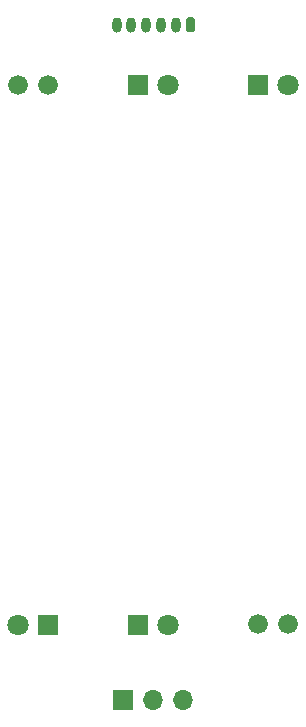
<source format=gbs>
%TF.GenerationSoftware,KiCad,Pcbnew,(5.1.10)-1*%
%TF.CreationDate,2021-09-22T20:24:30-07:00*%
%TF.ProjectId,project,70726f6a-6563-4742-9e6b-696361645f70,0.0*%
%TF.SameCoordinates,Original*%
%TF.FileFunction,Soldermask,Bot*%
%TF.FilePolarity,Negative*%
%FSLAX46Y46*%
G04 Gerber Fmt 4.6, Leading zero omitted, Abs format (unit mm)*
G04 Created by KiCad (PCBNEW (5.1.10)-1) date 2021-09-22 20:24:30*
%MOMM*%
%LPD*%
G01*
G04 APERTURE LIST*
%ADD10O,0.800000X1.300000*%
%ADD11R,1.700000X1.700000*%
%ADD12O,1.700000X1.700000*%
%ADD13C,1.676400*%
%ADD14R,1.800000X1.800000*%
%ADD15C,1.800000*%
G04 APERTURE END LIST*
%TO.C,J1*%
G36*
G01*
X59709000Y-82989000D02*
X59709000Y-83889000D01*
G75*
G02*
X59509000Y-84089000I-200000J0D01*
G01*
X59109000Y-84089000D01*
G75*
G02*
X58909000Y-83889000I0J200000D01*
G01*
X58909000Y-82989000D01*
G75*
G02*
X59109000Y-82789000I200000J0D01*
G01*
X59509000Y-82789000D01*
G75*
G02*
X59709000Y-82989000I0J-200000D01*
G01*
G37*
D10*
X58059000Y-83439000D03*
X56809000Y-83439000D03*
X55559000Y-83439000D03*
X54309000Y-83439000D03*
X53059000Y-83439000D03*
%TD*%
D11*
%TO.C,J2*%
X53594000Y-140589000D03*
D12*
X56134000Y-140589000D03*
X58674000Y-140589000D03*
%TD*%
D13*
%TO.C,Q2*%
X67564000Y-134219000D03*
X65024000Y-134219000D03*
%TD*%
%TO.C,Q1*%
X44704000Y-88519000D03*
X47244000Y-88519000D03*
%TD*%
D14*
%TO.C,D8*%
X65024000Y-88519000D03*
D15*
X67564000Y-88519000D03*
%TD*%
D14*
%TO.C,D7*%
X47244000Y-134239000D03*
D15*
X44704000Y-134239000D03*
%TD*%
D14*
%TO.C,D1*%
X54864000Y-88519000D03*
D15*
X57404000Y-88519000D03*
%TD*%
D14*
%TO.C,D2*%
X54864000Y-134239000D03*
D15*
X57404000Y-134239000D03*
%TD*%
M02*

</source>
